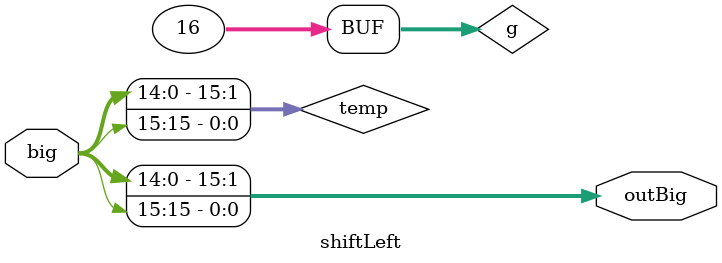
<source format=v>
module shiftLeft(big,outBig);
input [15:0] big;
output reg [15:0]outBig;
reg [15:0]temp;
integer g;
always @(*)begin
temp[0] = big[15];
    for (g = 1;g<16 ;g=g+1 ) begin
        temp[g]= big[g-1];
    end
    #1 outBig=temp;
end
endmodule // 

</source>
